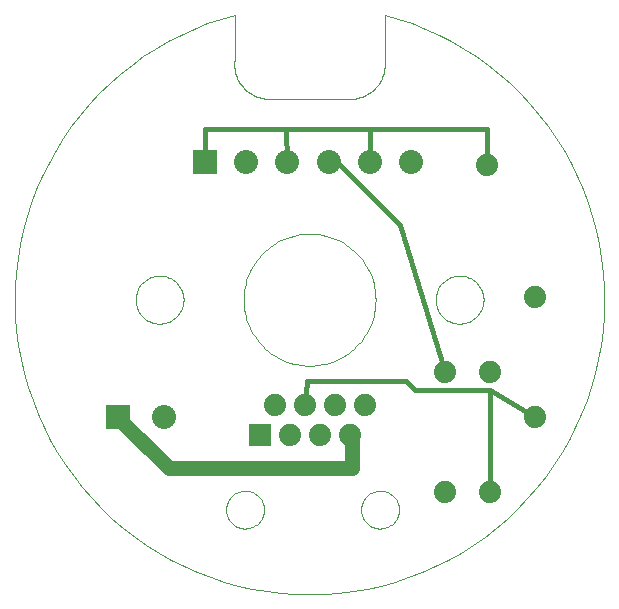
<source format=gbl>
G75*
G70*
%OFA0B0*%
%FSLAX24Y24*%
%IPPOS*%
%LPD*%
%AMOC8*
5,1,8,0,0,1.08239X$1,22.5*
%
%ADD10C,0.0010*%
%ADD11C,0.0000*%
%ADD12C,0.0740*%
%ADD13R,0.0740X0.0740*%
%ADD14R,0.0800X0.0800*%
%ADD15C,0.0800*%
%ADD16C,0.0150*%
%ADD17C,0.0060*%
%ADD18C,0.0160*%
%ADD19C,0.0500*%
D10*
X004134Y011402D02*
X004136Y011458D01*
X004142Y011515D01*
X004152Y011570D01*
X004166Y011625D01*
X004183Y011679D01*
X004205Y011731D01*
X004230Y011781D01*
X004258Y011830D01*
X004290Y011877D01*
X004325Y011921D01*
X004363Y011963D01*
X004404Y012002D01*
X004448Y012037D01*
X004494Y012070D01*
X004542Y012099D01*
X004592Y012125D01*
X004644Y012148D01*
X004698Y012166D01*
X004752Y012181D01*
X004807Y012192D01*
X004863Y012199D01*
X004920Y012202D01*
X004976Y012201D01*
X005033Y012196D01*
X005088Y012187D01*
X005143Y012174D01*
X005197Y012157D01*
X005250Y012137D01*
X005301Y012113D01*
X005350Y012085D01*
X005397Y012054D01*
X005442Y012020D01*
X005485Y011982D01*
X005524Y011942D01*
X005561Y011899D01*
X005594Y011854D01*
X005624Y011806D01*
X005651Y011756D01*
X005674Y011705D01*
X005694Y011652D01*
X005710Y011598D01*
X005722Y011542D01*
X005730Y011487D01*
X005734Y011430D01*
X005734Y011374D01*
X005730Y011317D01*
X005722Y011262D01*
X005710Y011206D01*
X005694Y011152D01*
X005674Y011099D01*
X005651Y011048D01*
X005624Y010998D01*
X005594Y010950D01*
X005561Y010905D01*
X005524Y010862D01*
X005485Y010822D01*
X005442Y010784D01*
X005397Y010750D01*
X005350Y010719D01*
X005301Y010691D01*
X005250Y010667D01*
X005197Y010647D01*
X005143Y010630D01*
X005088Y010617D01*
X005033Y010608D01*
X004976Y010603D01*
X004920Y010602D01*
X004863Y010605D01*
X004807Y010612D01*
X004752Y010623D01*
X004698Y010638D01*
X004644Y010656D01*
X004592Y010679D01*
X004542Y010705D01*
X004494Y010734D01*
X004448Y010767D01*
X004404Y010802D01*
X004363Y010841D01*
X004325Y010883D01*
X004290Y010927D01*
X004258Y010974D01*
X004230Y011023D01*
X004205Y011073D01*
X004183Y011125D01*
X004166Y011179D01*
X004152Y011234D01*
X004142Y011289D01*
X004136Y011346D01*
X004134Y011402D01*
X007734Y011402D02*
X007737Y011510D01*
X007745Y011618D01*
X007758Y011725D01*
X007776Y011831D01*
X007800Y011937D01*
X007829Y012041D01*
X007863Y012143D01*
X007901Y012244D01*
X007945Y012343D01*
X007994Y012439D01*
X008047Y012533D01*
X008105Y012624D01*
X008167Y012713D01*
X008233Y012798D01*
X008304Y012879D01*
X008378Y012958D01*
X008457Y013032D01*
X008538Y013103D01*
X008623Y013169D01*
X008712Y013231D01*
X008803Y013289D01*
X008897Y013342D01*
X008993Y013391D01*
X009092Y013435D01*
X009193Y013473D01*
X009295Y013507D01*
X009399Y013536D01*
X009505Y013560D01*
X009611Y013578D01*
X009718Y013591D01*
X009826Y013599D01*
X009934Y013602D01*
X010042Y013599D01*
X010150Y013591D01*
X010257Y013578D01*
X010363Y013560D01*
X010469Y013536D01*
X010573Y013507D01*
X010675Y013473D01*
X010776Y013435D01*
X010875Y013391D01*
X010971Y013342D01*
X011065Y013289D01*
X011156Y013231D01*
X011245Y013169D01*
X011330Y013103D01*
X011411Y013032D01*
X011490Y012958D01*
X011564Y012879D01*
X011635Y012798D01*
X011701Y012713D01*
X011763Y012624D01*
X011821Y012533D01*
X011874Y012439D01*
X011923Y012343D01*
X011967Y012244D01*
X012005Y012143D01*
X012039Y012041D01*
X012068Y011937D01*
X012092Y011831D01*
X012110Y011725D01*
X012123Y011618D01*
X012131Y011510D01*
X012134Y011402D01*
X012131Y011294D01*
X012123Y011186D01*
X012110Y011079D01*
X012092Y010973D01*
X012068Y010867D01*
X012039Y010763D01*
X012005Y010661D01*
X011967Y010560D01*
X011923Y010461D01*
X011874Y010365D01*
X011821Y010271D01*
X011763Y010180D01*
X011701Y010091D01*
X011635Y010006D01*
X011564Y009925D01*
X011490Y009846D01*
X011411Y009772D01*
X011330Y009701D01*
X011245Y009635D01*
X011156Y009573D01*
X011065Y009515D01*
X010971Y009462D01*
X010875Y009413D01*
X010776Y009369D01*
X010675Y009331D01*
X010573Y009297D01*
X010469Y009268D01*
X010363Y009244D01*
X010257Y009226D01*
X010150Y009213D01*
X010042Y009205D01*
X009934Y009202D01*
X009826Y009205D01*
X009718Y009213D01*
X009611Y009226D01*
X009505Y009244D01*
X009399Y009268D01*
X009295Y009297D01*
X009193Y009331D01*
X009092Y009369D01*
X008993Y009413D01*
X008897Y009462D01*
X008803Y009515D01*
X008712Y009573D01*
X008623Y009635D01*
X008538Y009701D01*
X008457Y009772D01*
X008378Y009846D01*
X008304Y009925D01*
X008233Y010006D01*
X008167Y010091D01*
X008105Y010180D01*
X008047Y010271D01*
X007994Y010365D01*
X007945Y010461D01*
X007901Y010560D01*
X007863Y010661D01*
X007829Y010763D01*
X007800Y010867D01*
X007776Y010973D01*
X007758Y011079D01*
X007745Y011186D01*
X007737Y011294D01*
X007734Y011402D01*
X007434Y020902D02*
X006973Y020768D01*
X006519Y020612D01*
X006073Y020434D01*
X005636Y020235D01*
X005210Y020014D01*
X004794Y019773D01*
X004391Y019512D01*
X004002Y019231D01*
X003626Y018932D01*
X003266Y018615D01*
X002921Y018280D01*
X002594Y017930D01*
X002283Y017563D01*
X001991Y017182D01*
X001718Y016787D01*
X001465Y016379D01*
X001232Y015959D01*
X001020Y015528D01*
X000829Y015088D01*
X000659Y014639D01*
X000512Y014181D01*
X000388Y013718D01*
X000286Y013248D01*
X000207Y012775D01*
X000152Y012298D01*
X000120Y011819D01*
X000111Y011339D01*
X000126Y010859D01*
X000164Y010380D01*
X000226Y009904D01*
X000311Y009431D01*
X000419Y008963D01*
X000549Y008501D01*
X000702Y008046D01*
X000877Y007599D01*
X001074Y007161D01*
X001291Y006733D01*
X001530Y006316D01*
X001789Y005912D01*
X002067Y005520D01*
X002363Y005143D01*
X002678Y004780D01*
X003011Y004434D01*
X003359Y004104D01*
X003724Y003791D01*
X004103Y003497D01*
X004496Y003221D01*
X004903Y002965D01*
X005321Y002730D01*
X005750Y002515D01*
X006190Y002321D01*
X006638Y002149D01*
X007094Y001999D01*
X007557Y001871D01*
X008025Y001766D01*
X008499Y001684D01*
X008975Y001626D01*
X009454Y001591D01*
X009934Y001579D01*
X010414Y001591D01*
X010893Y001626D01*
X011369Y001684D01*
X011843Y001766D01*
X012311Y001871D01*
X012774Y001999D01*
X013230Y002149D01*
X013678Y002321D01*
X014118Y002515D01*
X014547Y002730D01*
X014965Y002965D01*
X015372Y003221D01*
X015765Y003497D01*
X016144Y003791D01*
X016509Y004104D01*
X016857Y004434D01*
X017190Y004780D01*
X017505Y005143D01*
X017801Y005520D01*
X018079Y005912D01*
X018338Y006316D01*
X018577Y006733D01*
X018794Y007161D01*
X018991Y007599D01*
X019166Y008046D01*
X019319Y008501D01*
X019449Y008963D01*
X019557Y009431D01*
X019642Y009904D01*
X019704Y010380D01*
X019742Y010859D01*
X019757Y011339D01*
X019748Y011819D01*
X019716Y012298D01*
X019661Y012775D01*
X019582Y013248D01*
X019480Y013718D01*
X019356Y014181D01*
X019209Y014639D01*
X019039Y015088D01*
X018848Y015528D01*
X018636Y015959D01*
X018403Y016379D01*
X018150Y016787D01*
X017877Y017182D01*
X017585Y017563D01*
X017274Y017930D01*
X016947Y018280D01*
X016602Y018615D01*
X016242Y018932D01*
X015866Y019231D01*
X015477Y019512D01*
X015074Y019773D01*
X014658Y020014D01*
X014232Y020235D01*
X013795Y020434D01*
X013349Y020612D01*
X012895Y020768D01*
X012434Y020902D01*
X012434Y019402D01*
X012441Y019337D01*
X012444Y019272D01*
X012443Y019207D01*
X012439Y019142D01*
X012431Y019078D01*
X012419Y019014D01*
X012404Y018950D01*
X012385Y018888D01*
X012363Y018827D01*
X012338Y018767D01*
X012309Y018709D01*
X012277Y018652D01*
X012242Y018597D01*
X012203Y018545D01*
X012162Y018494D01*
X012118Y018446D01*
X012072Y018401D01*
X012023Y018358D01*
X011972Y018318D01*
X011918Y018281D01*
X011863Y018247D01*
X011806Y018216D01*
X011747Y018188D01*
X011686Y018164D01*
X011625Y018143D01*
X011562Y018126D01*
X011498Y018112D01*
X011434Y018102D01*
X008434Y018102D01*
X008370Y018112D01*
X008306Y018126D01*
X008243Y018143D01*
X008182Y018164D01*
X008121Y018188D01*
X008062Y018216D01*
X008005Y018247D01*
X007950Y018281D01*
X007896Y018318D01*
X007845Y018358D01*
X007796Y018401D01*
X007750Y018446D01*
X007706Y018494D01*
X007665Y018545D01*
X007626Y018597D01*
X007591Y018652D01*
X007559Y018709D01*
X007530Y018767D01*
X007505Y018827D01*
X007483Y018888D01*
X007464Y018950D01*
X007449Y019014D01*
X007437Y019078D01*
X007429Y019142D01*
X007425Y019207D01*
X007424Y019272D01*
X007427Y019337D01*
X007434Y019402D01*
X007434Y020902D01*
X014134Y011402D02*
X014136Y011458D01*
X014142Y011515D01*
X014152Y011570D01*
X014166Y011625D01*
X014183Y011679D01*
X014205Y011731D01*
X014230Y011781D01*
X014258Y011830D01*
X014290Y011877D01*
X014325Y011921D01*
X014363Y011963D01*
X014404Y012002D01*
X014448Y012037D01*
X014494Y012070D01*
X014542Y012099D01*
X014592Y012125D01*
X014644Y012148D01*
X014698Y012166D01*
X014752Y012181D01*
X014807Y012192D01*
X014863Y012199D01*
X014920Y012202D01*
X014976Y012201D01*
X015033Y012196D01*
X015088Y012187D01*
X015143Y012174D01*
X015197Y012157D01*
X015250Y012137D01*
X015301Y012113D01*
X015350Y012085D01*
X015397Y012054D01*
X015442Y012020D01*
X015485Y011982D01*
X015524Y011942D01*
X015561Y011899D01*
X015594Y011854D01*
X015624Y011806D01*
X015651Y011756D01*
X015674Y011705D01*
X015694Y011652D01*
X015710Y011598D01*
X015722Y011542D01*
X015730Y011487D01*
X015734Y011430D01*
X015734Y011374D01*
X015730Y011317D01*
X015722Y011262D01*
X015710Y011206D01*
X015694Y011152D01*
X015674Y011099D01*
X015651Y011048D01*
X015624Y010998D01*
X015594Y010950D01*
X015561Y010905D01*
X015524Y010862D01*
X015485Y010822D01*
X015442Y010784D01*
X015397Y010750D01*
X015350Y010719D01*
X015301Y010691D01*
X015250Y010667D01*
X015197Y010647D01*
X015143Y010630D01*
X015088Y010617D01*
X015033Y010608D01*
X014976Y010603D01*
X014920Y010602D01*
X014863Y010605D01*
X014807Y010612D01*
X014752Y010623D01*
X014698Y010638D01*
X014644Y010656D01*
X014592Y010679D01*
X014542Y010705D01*
X014494Y010734D01*
X014448Y010767D01*
X014404Y010802D01*
X014363Y010841D01*
X014325Y010883D01*
X014290Y010927D01*
X014258Y010974D01*
X014230Y011023D01*
X014205Y011073D01*
X014183Y011125D01*
X014166Y011179D01*
X014152Y011234D01*
X014142Y011289D01*
X014136Y011346D01*
X014134Y011402D01*
D11*
X011654Y004402D02*
X011656Y004452D01*
X011662Y004502D01*
X011672Y004551D01*
X011686Y004599D01*
X011703Y004646D01*
X011724Y004691D01*
X011749Y004735D01*
X011777Y004776D01*
X011809Y004815D01*
X011843Y004852D01*
X011880Y004886D01*
X011920Y004916D01*
X011962Y004943D01*
X012006Y004967D01*
X012052Y004988D01*
X012099Y005004D01*
X012147Y005017D01*
X012197Y005026D01*
X012246Y005031D01*
X012297Y005032D01*
X012347Y005029D01*
X012396Y005022D01*
X012445Y005011D01*
X012493Y004996D01*
X012539Y004978D01*
X012584Y004956D01*
X012627Y004930D01*
X012668Y004901D01*
X012707Y004869D01*
X012743Y004834D01*
X012775Y004796D01*
X012805Y004756D01*
X012832Y004713D01*
X012855Y004669D01*
X012874Y004623D01*
X012890Y004575D01*
X012902Y004526D01*
X012910Y004477D01*
X012914Y004427D01*
X012914Y004377D01*
X012910Y004327D01*
X012902Y004278D01*
X012890Y004229D01*
X012874Y004181D01*
X012855Y004135D01*
X012832Y004091D01*
X012805Y004048D01*
X012775Y004008D01*
X012743Y003970D01*
X012707Y003935D01*
X012668Y003903D01*
X012627Y003874D01*
X012584Y003848D01*
X012539Y003826D01*
X012493Y003808D01*
X012445Y003793D01*
X012396Y003782D01*
X012347Y003775D01*
X012297Y003772D01*
X012246Y003773D01*
X012197Y003778D01*
X012147Y003787D01*
X012099Y003800D01*
X012052Y003816D01*
X012006Y003837D01*
X011962Y003861D01*
X011920Y003888D01*
X011880Y003918D01*
X011843Y003952D01*
X011809Y003989D01*
X011777Y004028D01*
X011749Y004069D01*
X011724Y004113D01*
X011703Y004158D01*
X011686Y004205D01*
X011672Y004253D01*
X011662Y004302D01*
X011656Y004352D01*
X011654Y004402D01*
X007154Y004402D02*
X007156Y004452D01*
X007162Y004502D01*
X007172Y004551D01*
X007186Y004599D01*
X007203Y004646D01*
X007224Y004691D01*
X007249Y004735D01*
X007277Y004776D01*
X007309Y004815D01*
X007343Y004852D01*
X007380Y004886D01*
X007420Y004916D01*
X007462Y004943D01*
X007506Y004967D01*
X007552Y004988D01*
X007599Y005004D01*
X007647Y005017D01*
X007697Y005026D01*
X007746Y005031D01*
X007797Y005032D01*
X007847Y005029D01*
X007896Y005022D01*
X007945Y005011D01*
X007993Y004996D01*
X008039Y004978D01*
X008084Y004956D01*
X008127Y004930D01*
X008168Y004901D01*
X008207Y004869D01*
X008243Y004834D01*
X008275Y004796D01*
X008305Y004756D01*
X008332Y004713D01*
X008355Y004669D01*
X008374Y004623D01*
X008390Y004575D01*
X008402Y004526D01*
X008410Y004477D01*
X008414Y004427D01*
X008414Y004377D01*
X008410Y004327D01*
X008402Y004278D01*
X008390Y004229D01*
X008374Y004181D01*
X008355Y004135D01*
X008332Y004091D01*
X008305Y004048D01*
X008275Y004008D01*
X008243Y003970D01*
X008207Y003935D01*
X008168Y003903D01*
X008127Y003874D01*
X008084Y003848D01*
X008039Y003826D01*
X007993Y003808D01*
X007945Y003793D01*
X007896Y003782D01*
X007847Y003775D01*
X007797Y003772D01*
X007746Y003773D01*
X007697Y003778D01*
X007647Y003787D01*
X007599Y003800D01*
X007552Y003816D01*
X007506Y003837D01*
X007462Y003861D01*
X007420Y003888D01*
X007380Y003918D01*
X007343Y003952D01*
X007309Y003989D01*
X007277Y004028D01*
X007249Y004069D01*
X007224Y004113D01*
X007203Y004158D01*
X007186Y004205D01*
X007172Y004253D01*
X007162Y004302D01*
X007156Y004352D01*
X007154Y004402D01*
D12*
X009284Y006902D03*
X010284Y006902D03*
X011284Y006902D03*
X010784Y007902D03*
X009784Y007902D03*
X008784Y007902D03*
X011784Y007902D03*
X014434Y009002D03*
X015934Y009002D03*
X017434Y007502D03*
X015934Y005002D03*
X014434Y005002D03*
X017434Y011502D03*
X015834Y015902D03*
D13*
X008284Y006902D03*
D14*
X003564Y007502D03*
X006434Y016002D03*
D15*
X007812Y016002D03*
X009190Y016002D03*
X010568Y016002D03*
X011946Y016002D03*
X013324Y016002D03*
X005082Y007502D03*
D16*
X009784Y007902D02*
X009834Y008702D01*
X013134Y008702D01*
X013434Y008402D01*
X015934Y008402D01*
X017434Y007502D01*
X015934Y008402D02*
X015934Y005002D01*
X014434Y009002D02*
X012934Y013902D01*
X010934Y015902D01*
X010568Y016002D01*
X009190Y016002D02*
X009134Y017102D01*
X011934Y017102D01*
X015834Y017102D01*
X015834Y015902D01*
X011946Y016002D02*
X011934Y017102D01*
X009134Y017102D02*
X006434Y017102D01*
X006434Y016002D01*
D17*
X011934Y015902D02*
X011946Y016002D01*
X015934Y005002D02*
X015934Y004902D01*
D18*
X009784Y007902D02*
X009634Y007902D01*
D19*
X011334Y005802D02*
X005234Y005802D01*
X003564Y007472D01*
X003564Y007502D01*
X011284Y006902D02*
X011334Y006852D01*
X011334Y005802D01*
M02*

</source>
